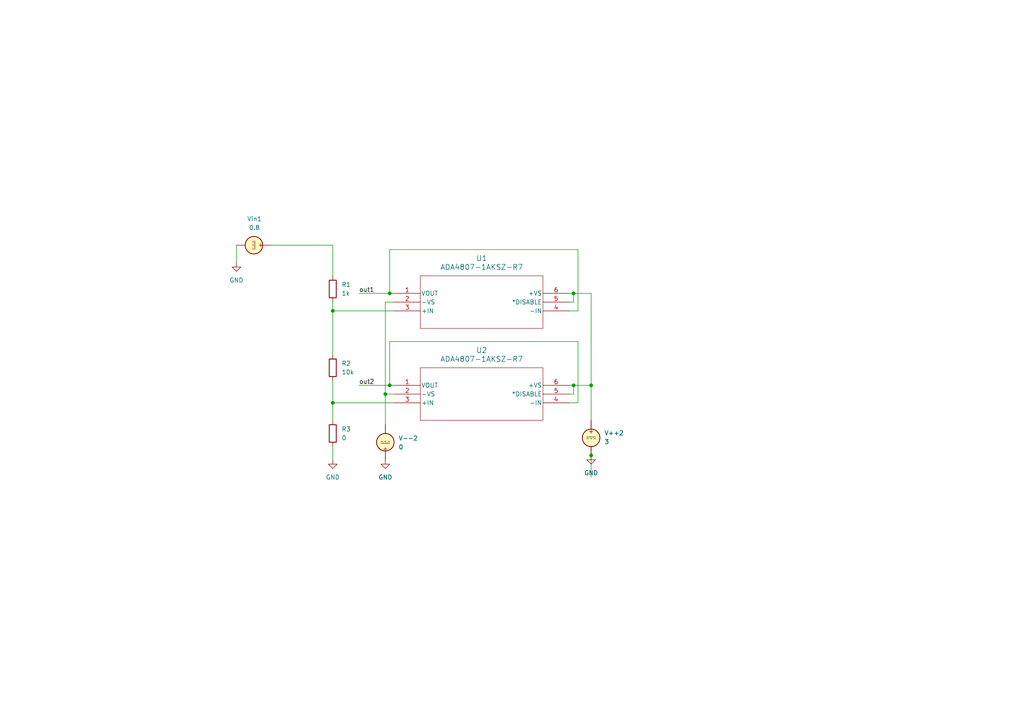
<source format=kicad_sch>
(kicad_sch (version 20231120) (generator "eeschema") (generator_version "8.0")
  (paper "A4")
  (lib_symbols
    (symbol "Device:R" (pin_numbers hide) (pin_names (offset 0))
      (property "Reference" "R" (at 2.032 0 90))
      (property "Value" "R" (at 0 0 90))
      (symbol "R_0_1"
        (rectangle (start -1.016 -2.54) (end 1.016 2.54) (stroke (width 0.254)))
      )
      (symbol "R_1_1"
        (pin passive line (at 0 3.81 270) (length 1.27) (name "~") (number "1"))
        (pin passive line (at 0 -3.81 90) (length 1.27) (name "~") (number "2"))
      )
    )
    (symbol "Opamp:ADA4807-1AKSZ-R7" (pin_names (offset 0.254))
      (property "Reference" "U" (at 25.4 10.16 0))
      (property "Value" "ADA4807-1AKSZ-R7" (at 25.4 7.62 0))
      (symbol "ADA4807-1AKSZ-R7_0_1"
        (polyline (pts (xy 7.62 -10.16) (xy 43.18 -10.16)) (stroke (width 0.127)))
        (polyline (pts (xy 7.62 5.08) (xy 7.62 -10.16)) (stroke (width 0.127)))
        (polyline (pts (xy 43.18 -10.16) (xy 43.18 5.08)) (stroke (width 0.127)))
        (polyline (pts (xy 43.18 5.08) (xy 7.62 5.08)) (stroke (width 0.127)))
        (pin power_in line (at 0 0 0) (length 7.62) (name "VOUT") (number "1"))
        (pin power_in line (at 0 -2.54 0) (length 7.62) (name "-VS") (number "2"))
        (pin input line (at 0 -5.08 0) (length 7.62) (name "+IN") (number "3"))
        (pin input line (at 50.8 -5.08 180) (length 7.62) (name "-IN") (number "4"))
        (pin unspecified line (at 50.8 -2.54 180) (length 7.62) (name "*DISABLE") (number "5"))
        (pin power_in line (at 50.8 0 180) (length 7.62) (name "+VS") (number "6"))
      )
    )
    (symbol "Simulation_SPICE:VDC" (pin_numbers hide) (pin_names (offset 0.0254))
      (property "Reference" "V" (at 2.54 2.54 0))
      (property "Value" "1" (at 2.54 0 0))
      (symbol "VDC_0_0"
        (polyline (pts (xy -1.27 0.254) (xy 1.27 0.254)))
        (polyline (pts (xy -0.762 -0.254) (xy -1.27 -0.254)))
        (polyline (pts (xy 0.254 -0.254) (xy -0.254 -0.254)))
        (polyline (pts (xy 1.27 -0.254) (xy 0.762 -0.254)))
        (text "+" (at 0 1.905 0) (effects (font (size 1.27 1.27))))
      )
      (symbol "VDC_0_1"
        (circle (center 0 0) (radius 2.54) (stroke (width 0.254)) (fill (type background)))
      )
      (symbol "VDC_1_1"
        (pin passive line (at 0 5.08 270) (length 2.54) (name "~") (number "1"))
        (pin passive line (at 0 -5.08 90) (length 2.54) (name "~") (number "2"))
      )
    )
    (symbol "power:GND" (power) (pin_numbers hide) (pin_names (offset 0) hide)
      (property "Value" "GND" (at 0 -3.81 0))
      (symbol "GND_0_1"
        (polyline (pts (xy 0 0) (xy 0 -1.27) (xy 1.27 -1.27) (xy 0 -2.54) (xy -1.27 -1.27) (xy 0 -1.27)))
      )
      (symbol "GND_1_1"
        (pin power_in line (at 0 0 270) (length 0) (name "~") (number "1"))
      )
    )
  )
  (junction (at 96.52 90.17))
  (junction (at 113.03 85.09))
  (junction (at 166.37 111.76))
  (junction (at 113.03 111.76))
  (junction (at 171.45 111.76))
  (junction (at 171.45 132.08))
  (junction (at 166.37 85.09))
  (junction (at 111.76 114.3))
  (junction (at 96.52 116.84))
  (wire (pts (xy 111.76 114.3) (xy 114.3 114.3)))
  (wire (pts (xy 166.37 111.76) (xy 166.37 114.3)))
  (wire (pts (xy 96.52 129.54) (xy 96.52 133.35)))
  (wire (pts (xy 165.1 85.09) (xy 166.37 85.09)))
  (wire (pts (xy 96.52 71.12) (xy 96.52 80.01)))
  (wire (pts (xy 167.64 72.39) (xy 113.03 72.39)))
  (wire (pts (xy 166.37 111.76) (xy 171.45 111.76)))
  (wire (pts (xy 167.64 90.17) (xy 167.64 72.39)))
  (wire (pts (xy 96.52 71.12) (xy 78.74 71.12)))
  (wire (pts (xy 111.76 87.63) (xy 114.3 87.63)))
  (wire (pts (xy 165.1 114.3) (xy 166.37 114.3)))
  (wire (pts (xy 96.52 90.17) (xy 96.52 102.87)))
  (wire (pts (xy 167.64 116.84) (xy 167.64 99.06)))
  (wire (pts (xy 96.52 110.49) (xy 96.52 116.84)))
  (wire (pts (xy 171.45 85.09) (xy 171.45 111.76)))
  (wire (pts (xy 104.14 111.76) (xy 113.03 111.76)))
  (wire (pts (xy 166.37 85.09) (xy 166.37 87.63)))
  (wire (pts (xy 68.58 71.12) (xy 68.58 76.2)))
  (wire (pts (xy 104.14 85.09) (xy 113.03 85.09)))
  (wire (pts (xy 166.37 85.09) (xy 171.45 85.09)))
  (wire (pts (xy 96.52 87.63) (xy 96.52 90.17)))
  (wire (pts (xy 165.1 87.63) (xy 166.37 87.63)))
  (wire (pts (xy 111.76 114.3) (xy 111.76 123.19)))
  (wire (pts (xy 171.45 132.08) (xy 171.45 138.43)))
  (wire (pts (xy 113.03 72.39) (xy 113.03 85.09)))
  (wire (pts (xy 165.1 116.84) (xy 167.64 116.84)))
  (wire (pts (xy 113.03 99.06) (xy 113.03 111.76)))
  (wire (pts (xy 113.03 111.76) (xy 114.3 111.76)))
  (wire (pts (xy 111.76 87.63) (xy 111.76 114.3)))
  (wire (pts (xy 113.03 85.09) (xy 114.3 85.09)))
  (wire (pts (xy 96.52 90.17) (xy 114.3 90.17)))
  (wire (pts (xy 165.1 90.17) (xy 167.64 90.17)))
  (wire (pts (xy 167.64 99.06) (xy 113.03 99.06)))
  (wire (pts (xy 96.52 116.84) (xy 114.3 116.84)))
  (wire (pts (xy 165.1 111.76) (xy 166.37 111.76)))
  (wire (pts (xy 96.52 116.84) (xy 96.52 121.92)))
  (wire (pts (xy 171.45 111.76) (xy 171.45 121.92)))
  (label "out1" (at 104.14 85.09 0))
  (label "out2" (at 104.14 111.76 0))
  (symbol (lib_id "power:GND") (at 68.58 76.2 0) (unit 1)
    (property "Reference" "#PWR01" (effects (hide yes)))
    (property "Value" "GND" (at 68.58 81.28 0))
    (property "Description" "Power symbol creates a global label with name \"GND\" , ground" (effects (hide yes)))
  )
  (symbol (lib_id "power:GND") (at 171.45 132.08 0) (unit 1)
    (property "Reference" "#PWR07" (effects (hide yes)))
    (property "Value" "GND" (at 171.45 137.16 0))
    (property "Description" "Power symbol creates a global label with name \"GND\" , ground" (effects (hide yes)))
  )
  (symbol (lib_id "Device:R") (at 96.52 83.82 0) (unit 1)
    (property "Reference" "R1" (at 99.06 82.5499 0) (effects (justify left)))
    (property "Value" "1k" (at 99.06 85.0899 0) (effects (justify left)))
    (property "Description" "Resistor" (effects (hide yes)))
  )
  (symbol (lib_id "Device:R") (at 96.52 125.73 0) (unit 1)
    (property "Reference" "R3" (at 99.06 124.4599 0) (effects (justify left)))
    (property "Value" "0" (at 99.06 126.9999 0) (effects (justify left)))
    (property "Description" "Resistor" (effects (hide yes)))
  )
  (symbol (lib_id "power:GND") (at 96.52 133.35 0) (unit 1)
    (property "Reference" "#PWR05" (effects (hide yes)))
    (property "Value" "GND" (at 96.52 138.43 0))
    (property "Description" "Power symbol creates a global label with name \"GND\" , ground" (effects (hide yes)))
  )
  (symbol (lib_id "Device:R") (at 96.52 106.68 0) (unit 1)
    (property "Reference" "R2" (at 99.06 105.4099 0) (effects (justify left)))
    (property "Value" "10k" (at 99.06 107.9499 0) (effects (justify left)))
    (property "Description" "Resistor" (effects (hide yes)))
  )
  (symbol (lib_id "Opamp:ADA4807-1AKSZ-R7") (at 114.3 111.76 0) (unit 1)
    (property "Reference" "U2" (at 139.7 101.6 0) (effects (font (size 1.524 1.524))))
    (property "Value" "ADA4807-1AKSZ-R7" (at 139.7 104.14 0) (effects (font (size 1.524 1.524))))
    (property "Footprint" "KS-6_ADI" (effects (hide yes)))
    (property "Datasheet" "ADA4807-1AKSZ-R7" (effects (hide yes)))
    (property "Sim.Library" "/home/maxwell/github-repos/sp-24-EE628/6_Test/2_PCB/test_board_1/TestBoardEDA/models/ADA4807.cir" (effects (hide yes)))
    (property "Sim.Name" "ADA4807" (effects (hide yes)))
    (property "Sim.Device" "SUBCKT" (effects (hide yes)))
    (property "Sim.Pins" "1=104 2=103 3=100 4=101 5=106 6=102" (effects (hide yes)))
  )
  (symbol (lib_id "Simulation_SPICE:VDC") (at 73.66 71.12 270) (unit 1)
    (property "Reference" "Vin1" (at 73.7898 63.5 90))
    (property "Value" "0.8" (at 73.7898 66.04 90))
    (property "Datasheet" "https://ngspice.sourceforge.io/docs/ngspice-html-manual/manual.xhtml#sec_Independent_Sources_for" (effects (hide yes)))
    (property "Description" "Voltage source, DC" (effects (hide yes)))
    (property "Sim.Pins" "1=+ 2=-" (effects (hide yes)))
    (property "Sim.Type" "DC" (effects (hide yes)))
    (property "Sim.Device" "V" (effects (hide yes)))
  )
  (symbol (lib_id "Simulation_SPICE:VDC") (at 111.76 128.27 180) (unit 1)
    (property "Reference" "V--2" (at 115.57 127.1297 0) (effects (justify right)))
    (property "Value" "0" (at 115.57 129.6697 0) (effects (justify right)))
    (property "Datasheet" "https://ngspice.sourceforge.io/docs/ngspice-html-manual/manual.xhtml#sec_Independent_Sources_for" (effects (hide yes)))
    (property "Description" "Voltage source, DC" (effects (hide yes)))
    (property "Sim.Pins" "1=+ 2=-" (effects (hide yes)))
    (property "Sim.Type" "DC" (effects (hide yes)))
    (property "Sim.Device" "V" (effects (hide yes)))
  )
  (symbol (lib_id "Opamp:ADA4807-1AKSZ-R7") (at 114.3 85.09 0) (unit 1)
    (property "Reference" "U1" (at 139.7 74.93 0) (effects (font (size 1.524 1.524))))
    (property "Value" "ADA4807-1AKSZ-R7" (at 139.7 77.47 0) (effects (font (size 1.524 1.524))))
    (property "Footprint" "KS-6_ADI" (effects (hide yes)))
    (property "Datasheet" "ADA4807-1AKSZ-R7" (effects (hide yes)))
    (property "Sim.Library" "/home/maxwell/github-repos/sp-24-EE628/6_Test/2_PCB/test_board_1/TestBoardEDA/models/ADA4807.cir" (effects (hide yes)))
    (property "Sim.Name" "ADA4807" (effects (hide yes)))
    (property "Sim.Device" "SUBCKT" (effects (hide yes)))
    (property "Sim.Pins" "1=104 2=103 3=100 4=101 5=106 6=102" (effects (hide yes)))
  )
  (symbol (lib_id "Simulation_SPICE:VDC") (at 171.45 127 0) (unit 1)
    (property "Reference" "V++2" (at 175.26 125.6001 0) (effects (justify left)))
    (property "Value" "3" (at 175.26 128.1401 0) (effects (justify left)))
    (property "Datasheet" "https://ngspice.sourceforge.io/docs/ngspice-html-manual/manual.xhtml#sec_Independent_Sources_for" (effects (hide yes)))
    (property "Description" "Voltage source, DC" (effects (hide yes)))
    (property "Sim.Pins" "1=+ 2=-" (effects (hide yes)))
    (property "Sim.Type" "DC" (effects (hide yes)))
    (property "Sim.Device" "V" (effects (hide yes)))
  )
  (symbol (lib_id "power:GND") (at 111.76 133.35 0) (unit 1)
    (property "Reference" "#PWR06" (effects (hide yes)))
    (property "Value" "GND" (at 111.76 138.43 0))
    (property "Description" "Power symbol creates a global label with name \"GND\" , ground" (effects (hide yes)))
  )
)
</source>
